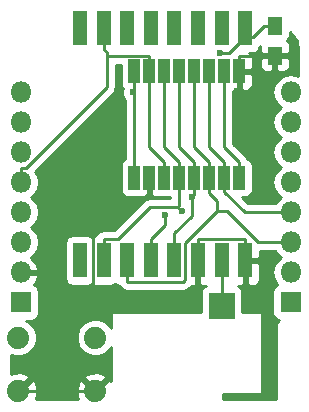
<source format=gbr>
G04 #@! TF.FileFunction,Copper,L2,Bot,Signal*
%FSLAX46Y46*%
G04 Gerber Fmt 4.6, Leading zero omitted, Abs format (unit mm)*
G04 Created by KiCad (PCBNEW 4.0.4-stable) date Tuesday 22 November 2016 20:45:13*
%MOMM*%
%LPD*%
G01*
G04 APERTURE LIST*
%ADD10C,0.100000*%
%ADD11R,1.200000X3.000000*%
%ADD12R,1.000000X2.000000*%
%ADD13R,1.800000X1.800000*%
%ADD14O,1.800000X1.800000*%
%ADD15R,1.250000X1.500000*%
%ADD16C,1.879600*%
%ADD17R,2.235200X2.235200*%
%ADD18C,0.600000*%
%ADD19C,0.250000*%
%ADD20C,0.254000*%
G04 APERTURE END LIST*
D10*
D11*
X132500000Y-80700000D03*
X134500000Y-80700000D03*
X136500000Y-80700000D03*
X138500000Y-80700000D03*
X140500000Y-80700000D03*
X142500000Y-80700000D03*
X144500000Y-80700000D03*
X146500000Y-80700000D03*
X146500000Y-100400000D03*
X144500000Y-100400000D03*
X142500000Y-100400000D03*
X140500000Y-100400000D03*
X138500000Y-100400000D03*
X136500000Y-100400000D03*
X134500000Y-100400000D03*
X132500000Y-100400000D03*
D12*
X137100000Y-93400000D03*
X138370000Y-93400000D03*
X139640000Y-93400000D03*
X140910000Y-93400000D03*
X142180000Y-93400000D03*
X143450000Y-93400000D03*
X144720000Y-93400000D03*
X145990000Y-93400000D03*
X137100000Y-84400000D03*
X138370000Y-84400000D03*
X139640000Y-84400000D03*
X140910000Y-84400000D03*
X142180000Y-84400000D03*
X143450000Y-84400000D03*
X144720000Y-84400000D03*
X145990000Y-84400000D03*
D13*
X127490000Y-103950000D03*
D14*
X127490000Y-101410000D03*
X127490000Y-98870000D03*
X127490000Y-96330000D03*
X127490000Y-93790000D03*
X127490000Y-91250000D03*
X127490000Y-88710000D03*
X127490000Y-86170000D03*
D13*
X150350000Y-103950000D03*
D14*
X150350000Y-101410000D03*
X150350000Y-98870000D03*
X150350000Y-96330000D03*
X150350000Y-93790000D03*
X150350000Y-91250000D03*
X150350000Y-88710000D03*
X150350000Y-86170000D03*
D15*
X149000000Y-80550000D03*
X149000000Y-83050000D03*
D16*
X133801200Y-106939400D03*
X127298800Y-106939400D03*
X133801200Y-111460600D03*
X127298800Y-111460600D03*
D17*
X144500000Y-104250000D03*
D18*
X137007000Y-86174200D03*
X144330500Y-82800000D03*
X135757700Y-96077500D03*
X145769800Y-86024000D03*
X141149400Y-96248600D03*
X139710400Y-96546000D03*
X141992500Y-94999500D03*
D19*
X137100000Y-86267200D02*
X137100000Y-93400000D01*
X137007000Y-86174200D02*
X137100000Y-86267200D01*
X146500000Y-80700000D02*
X146500000Y-81449900D01*
X147149800Y-81449900D02*
X148049700Y-80550000D01*
X146500000Y-81449900D02*
X147149800Y-81449900D01*
X149000000Y-80550000D02*
X148049700Y-80550000D01*
X137100000Y-86081200D02*
X137100000Y-84400000D01*
X137007000Y-86174200D02*
X137100000Y-86081200D01*
X145149900Y-82800000D02*
X146500000Y-81449900D01*
X144330500Y-82800000D02*
X145149900Y-82800000D01*
X127490000Y-101410000D02*
X128715300Y-101410000D01*
X137017800Y-96077500D02*
X138370000Y-94725300D01*
X135757700Y-96077500D02*
X137017800Y-96077500D01*
X138370000Y-93400000D02*
X138370000Y-94725300D01*
X142500000Y-98574700D02*
X146500000Y-98574700D01*
X142500000Y-100400000D02*
X142500000Y-98574700D01*
X146500000Y-100400000D02*
X146500000Y-98574700D01*
X133574700Y-98260500D02*
X135757700Y-96077500D01*
X133575000Y-103625000D02*
X133574700Y-98260500D01*
X141700000Y-103625000D02*
X142500000Y-102225300D01*
X133575000Y-103625000D02*
X141700000Y-103625000D01*
X142500000Y-100400000D02*
X142500000Y-102225300D01*
X145990000Y-85803800D02*
X145990000Y-84400000D01*
X145769800Y-86024000D02*
X145990000Y-85803800D01*
X148025000Y-83074700D02*
X148049700Y-83050000D01*
X145990000Y-83074700D02*
X148025000Y-83074700D01*
X145990000Y-84400000D02*
X145990000Y-83074700D01*
X149000000Y-83050000D02*
X148049700Y-83050000D01*
X132475000Y-103625000D02*
X133575000Y-103625000D01*
X131375000Y-103625000D02*
X132475000Y-103625000D01*
X131375000Y-103625000D02*
X128715300Y-101410000D01*
X131375000Y-111475000D02*
X131375000Y-103625000D01*
X127298800Y-111460600D02*
X131375000Y-111475000D01*
X131375000Y-111475000D02*
X133801200Y-111460600D01*
X139640000Y-93400000D02*
X139640000Y-92074700D01*
X138370000Y-90804700D02*
X138370000Y-84400000D01*
X139640000Y-92074700D02*
X138370000Y-90804700D01*
X134500000Y-80700000D02*
X134500000Y-82525300D01*
X127490000Y-93790000D02*
X127490000Y-92564700D01*
X138370000Y-84400000D02*
X138370000Y-83074700D01*
X134774700Y-83074700D02*
X138370000Y-83074700D01*
X134774700Y-85739500D02*
X134774700Y-83074700D01*
X127949500Y-92564700D02*
X134774700Y-85739500D01*
X127490000Y-92564700D02*
X127949500Y-92564700D01*
X134774700Y-82800000D02*
X134500000Y-82525300D01*
X134774700Y-83074700D02*
X134774700Y-82800000D01*
X139640000Y-90804700D02*
X139640000Y-84400000D01*
X140910000Y-92074700D02*
X139640000Y-90804700D01*
X140910000Y-92737300D02*
X140910000Y-92074700D01*
X140910000Y-92737300D02*
X140910000Y-93400000D01*
X134500000Y-100400000D02*
X134500000Y-98574700D01*
X140910000Y-93400000D02*
X140910000Y-94612700D01*
X140842600Y-95941800D02*
X140842600Y-95871200D01*
X141149400Y-96248600D02*
X140842600Y-95941800D01*
X140910000Y-95803800D02*
X140842600Y-95871200D01*
X140910000Y-94612700D02*
X140910000Y-95803800D01*
X135699800Y-98574700D02*
X134500000Y-98574700D01*
X138403300Y-95871200D02*
X135699800Y-98574700D01*
X140842600Y-95871200D02*
X138403300Y-95871200D01*
X143450000Y-93400000D02*
X143450000Y-92074700D01*
X143450000Y-93400000D02*
X143450000Y-94725300D01*
X150350000Y-98870000D02*
X149124700Y-98870000D01*
X142180000Y-90804700D02*
X142180000Y-84400000D01*
X143450000Y-92074700D02*
X142180000Y-90804700D01*
X136500000Y-100400000D02*
X136500000Y-102225300D01*
X144093600Y-95368900D02*
X143450000Y-94725300D01*
X144093600Y-96237300D02*
X144093600Y-95368900D01*
X144962000Y-96237300D02*
X144093600Y-96237300D01*
X147594700Y-98870000D02*
X144962000Y-96237300D01*
X149124700Y-98870000D02*
X147594700Y-98870000D01*
X141234800Y-102225300D02*
X136500000Y-102225300D01*
X141425400Y-102034700D02*
X141234800Y-102225300D01*
X141425400Y-98905500D02*
X141425400Y-102034700D01*
X144093600Y-96237300D02*
X141425400Y-98905500D01*
X143450000Y-90804700D02*
X144720000Y-92074700D01*
X143450000Y-84400000D02*
X143450000Y-90804700D01*
X144720000Y-93400000D02*
X144720000Y-92074700D01*
X144720000Y-93400000D02*
X144720000Y-94612700D01*
X146437300Y-96330000D02*
X144720000Y-94612700D01*
X150350000Y-96330000D02*
X146437300Y-96330000D01*
X138500000Y-100400000D02*
X138500000Y-98574700D01*
X139710400Y-97364300D02*
X139710400Y-96546000D01*
X138500000Y-98574700D02*
X139710400Y-97364300D01*
X140910000Y-90804700D02*
X140910000Y-84400000D01*
X142180000Y-92074700D02*
X140910000Y-90804700D01*
X142180000Y-93400000D02*
X142180000Y-92074700D01*
X142180000Y-94812000D02*
X141992500Y-94999500D01*
X142180000Y-93400000D02*
X142180000Y-94812000D01*
X140500000Y-98115000D02*
X140500000Y-100400000D01*
X141992500Y-96622500D02*
X140500000Y-98115000D01*
X141992500Y-94999500D02*
X141992500Y-96622500D01*
X144500000Y-104250000D02*
X144500000Y-100400000D01*
X144720000Y-84400000D02*
X144720000Y-90820000D01*
X145990000Y-92090000D02*
X145990000Y-93400000D01*
X144720000Y-90820000D02*
X145990000Y-92090000D01*
D20*
G36*
X149234519Y-99955409D02*
X149510779Y-100140000D01*
X149234519Y-100324591D01*
X148901773Y-100822581D01*
X148784928Y-101410000D01*
X148901773Y-101997419D01*
X149205859Y-102452516D01*
X148998559Y-102585910D01*
X148853569Y-102798110D01*
X148802560Y-103050000D01*
X148802560Y-104850000D01*
X148846838Y-105085317D01*
X148985910Y-105301441D01*
X149198110Y-105446431D01*
X149355568Y-105478317D01*
X149275441Y-105532499D01*
X149263784Y-105550156D01*
X149247014Y-105563051D01*
X149190537Y-105661101D01*
X149128183Y-105755546D01*
X149124170Y-105776319D01*
X149113611Y-105794651D01*
X149098956Y-105906848D01*
X149077490Y-106017968D01*
X149111202Y-112115000D01*
X144590570Y-112115000D01*
X144593712Y-111727000D01*
X147800000Y-111727000D01*
X147846159Y-111718315D01*
X147888553Y-111691035D01*
X147916994Y-111649410D01*
X147927000Y-111600000D01*
X147927000Y-104900000D01*
X147918315Y-104853841D01*
X147891035Y-104811447D01*
X147849410Y-104783006D01*
X147800000Y-104773000D01*
X146265040Y-104773000D01*
X146265040Y-103132400D01*
X146220762Y-102897083D01*
X146081690Y-102680959D01*
X145869490Y-102535969D01*
X145864705Y-102535000D01*
X146214250Y-102535000D01*
X146373000Y-102376250D01*
X146373000Y-100527000D01*
X146627000Y-100527000D01*
X146627000Y-102376250D01*
X146785750Y-102535000D01*
X147226310Y-102535000D01*
X147459699Y-102438327D01*
X147638327Y-102259698D01*
X147735000Y-102026309D01*
X147735000Y-100685750D01*
X147576250Y-100527000D01*
X146627000Y-100527000D01*
X146373000Y-100527000D01*
X146353000Y-100527000D01*
X146353000Y-100273000D01*
X146373000Y-100273000D01*
X146373000Y-100253000D01*
X146627000Y-100253000D01*
X146627000Y-100273000D01*
X147576250Y-100273000D01*
X147735000Y-100114250D01*
X147735000Y-99630000D01*
X149017088Y-99630000D01*
X149234519Y-99955409D01*
X149234519Y-99955409D01*
G37*
X149234519Y-99955409D02*
X149510779Y-100140000D01*
X149234519Y-100324591D01*
X148901773Y-100822581D01*
X148784928Y-101410000D01*
X148901773Y-101997419D01*
X149205859Y-102452516D01*
X148998559Y-102585910D01*
X148853569Y-102798110D01*
X148802560Y-103050000D01*
X148802560Y-104850000D01*
X148846838Y-105085317D01*
X148985910Y-105301441D01*
X149198110Y-105446431D01*
X149355568Y-105478317D01*
X149275441Y-105532499D01*
X149263784Y-105550156D01*
X149247014Y-105563051D01*
X149190537Y-105661101D01*
X149128183Y-105755546D01*
X149124170Y-105776319D01*
X149113611Y-105794651D01*
X149098956Y-105906848D01*
X149077490Y-106017968D01*
X149111202Y-112115000D01*
X144590570Y-112115000D01*
X144593712Y-111727000D01*
X147800000Y-111727000D01*
X147846159Y-111718315D01*
X147888553Y-111691035D01*
X147916994Y-111649410D01*
X147927000Y-111600000D01*
X147927000Y-104900000D01*
X147918315Y-104853841D01*
X147891035Y-104811447D01*
X147849410Y-104783006D01*
X147800000Y-104773000D01*
X146265040Y-104773000D01*
X146265040Y-103132400D01*
X146220762Y-102897083D01*
X146081690Y-102680959D01*
X145869490Y-102535969D01*
X145864705Y-102535000D01*
X146214250Y-102535000D01*
X146373000Y-102376250D01*
X146373000Y-100527000D01*
X146627000Y-100527000D01*
X146627000Y-102376250D01*
X146785750Y-102535000D01*
X147226310Y-102535000D01*
X147459699Y-102438327D01*
X147638327Y-102259698D01*
X147735000Y-102026309D01*
X147735000Y-100685750D01*
X147576250Y-100527000D01*
X146627000Y-100527000D01*
X146373000Y-100527000D01*
X146353000Y-100527000D01*
X146353000Y-100273000D01*
X146373000Y-100273000D01*
X146373000Y-100253000D01*
X146627000Y-100253000D01*
X146627000Y-100273000D01*
X147576250Y-100273000D01*
X147735000Y-100114250D01*
X147735000Y-99630000D01*
X149017088Y-99630000D01*
X149234519Y-99955409D01*
G36*
X135952560Y-85400000D02*
X135996838Y-85635317D01*
X136131478Y-85844553D01*
X136072162Y-85987401D01*
X136071838Y-86359367D01*
X136213883Y-86703143D01*
X136340000Y-86829480D01*
X136340000Y-91812721D01*
X136148559Y-91935910D01*
X136003569Y-92148110D01*
X135952560Y-92400000D01*
X135952560Y-94400000D01*
X135996838Y-94635317D01*
X136135910Y-94851441D01*
X136348110Y-94996431D01*
X136600000Y-95047440D01*
X137600000Y-95047440D01*
X137719458Y-95024962D01*
X137743691Y-95035000D01*
X138084250Y-95035000D01*
X138243000Y-94876250D01*
X138243000Y-94421925D01*
X138247440Y-94400000D01*
X138247440Y-93253000D01*
X138492560Y-93253000D01*
X138492560Y-94400000D01*
X138497000Y-94423597D01*
X138497000Y-94876250D01*
X138655750Y-95035000D01*
X138996309Y-95035000D01*
X139023320Y-95023812D01*
X139140000Y-95047440D01*
X140140000Y-95047440D01*
X140150000Y-95045558D01*
X140150000Y-95111200D01*
X138403300Y-95111200D01*
X138112460Y-95169052D01*
X137865899Y-95333799D01*
X135384998Y-97814700D01*
X134500000Y-97814700D01*
X134209161Y-97872552D01*
X133962599Y-98037299D01*
X133807085Y-98270043D01*
X133664683Y-98296838D01*
X133498523Y-98403759D01*
X133351890Y-98303569D01*
X133100000Y-98252560D01*
X131900000Y-98252560D01*
X131664683Y-98296838D01*
X131448559Y-98435910D01*
X131303569Y-98648110D01*
X131252560Y-98900000D01*
X131252560Y-101900000D01*
X131296838Y-102135317D01*
X131435910Y-102351441D01*
X131648110Y-102496431D01*
X131900000Y-102547440D01*
X133100000Y-102547440D01*
X133335317Y-102503162D01*
X133501477Y-102396241D01*
X133648110Y-102496431D01*
X133900000Y-102547440D01*
X135100000Y-102547440D01*
X135335317Y-102503162D01*
X135501477Y-102396241D01*
X135648110Y-102496431D01*
X135806055Y-102528416D01*
X135962599Y-102762701D01*
X136209161Y-102927448D01*
X136500000Y-102985300D01*
X141234800Y-102985300D01*
X141525639Y-102927448D01*
X141772201Y-102762701D01*
X141962801Y-102572101D01*
X141987591Y-102535000D01*
X142214250Y-102535000D01*
X142373000Y-102376250D01*
X142373000Y-100527000D01*
X142353000Y-100527000D01*
X142353000Y-100273000D01*
X142373000Y-100273000D01*
X142373000Y-100253000D01*
X142627000Y-100253000D01*
X142627000Y-100273000D01*
X142647000Y-100273000D01*
X142647000Y-100527000D01*
X142627000Y-100527000D01*
X142627000Y-102376250D01*
X142785750Y-102535000D01*
X143138129Y-102535000D01*
X142930959Y-102668310D01*
X142785969Y-102880510D01*
X142734960Y-103132400D01*
X142734960Y-104773000D01*
X135300000Y-104773000D01*
X135253841Y-104781685D01*
X135211447Y-104808965D01*
X135183006Y-104850590D01*
X135173000Y-104900000D01*
X135173000Y-106135569D01*
X135137029Y-106048513D01*
X134694417Y-105605128D01*
X134115821Y-105364874D01*
X133489327Y-105364327D01*
X132910313Y-105603571D01*
X132466928Y-106046183D01*
X132226674Y-106624779D01*
X132226127Y-107251273D01*
X132465371Y-107830287D01*
X132907983Y-108273672D01*
X133486579Y-108513926D01*
X134113073Y-108514473D01*
X134692087Y-108275229D01*
X135135472Y-107832617D01*
X135173000Y-107742240D01*
X135173000Y-110627883D01*
X135170780Y-110622523D01*
X134910168Y-110531237D01*
X133980805Y-111460600D01*
X133994948Y-111474743D01*
X133815343Y-111654348D01*
X133801200Y-111640205D01*
X133787058Y-111654348D01*
X133607453Y-111474743D01*
X133621595Y-111460600D01*
X132692232Y-110531237D01*
X132431620Y-110622523D01*
X132215155Y-111210433D01*
X132240151Y-111836428D01*
X132349280Y-112099890D01*
X128745383Y-112089540D01*
X128884845Y-111710767D01*
X128859849Y-111084772D01*
X128668380Y-110622523D01*
X128407768Y-110531237D01*
X127478405Y-111460600D01*
X127492548Y-111474743D01*
X127312943Y-111654348D01*
X127298800Y-111640205D01*
X127284658Y-111654348D01*
X127105053Y-111474743D01*
X127119195Y-111460600D01*
X127105053Y-111446458D01*
X127284658Y-111266853D01*
X127298800Y-111280995D01*
X128228163Y-110351632D01*
X132871837Y-110351632D01*
X133801200Y-111280995D01*
X134730563Y-110351632D01*
X134639277Y-110091020D01*
X134051367Y-109874555D01*
X133425372Y-109899551D01*
X132963123Y-110091020D01*
X132871837Y-110351632D01*
X128228163Y-110351632D01*
X128136877Y-110091020D01*
X127548967Y-109874555D01*
X126922972Y-109899551D01*
X126686051Y-109997687D01*
X126686772Y-108390432D01*
X126984179Y-108513926D01*
X127610673Y-108514473D01*
X128189687Y-108275229D01*
X128633072Y-107832617D01*
X128873326Y-107254021D01*
X128873873Y-106627527D01*
X128634629Y-106048513D01*
X128192017Y-105605128D01*
X127932675Y-105497440D01*
X128390000Y-105497440D01*
X128625317Y-105453162D01*
X128841441Y-105314090D01*
X128986431Y-105101890D01*
X129037440Y-104850000D01*
X129037440Y-103050000D01*
X128993162Y-102814683D01*
X128854090Y-102598559D01*
X128641890Y-102453569D01*
X128586090Y-102442269D01*
X128802240Y-102206417D01*
X128981036Y-101774740D01*
X128860378Y-101537000D01*
X127617000Y-101537000D01*
X127617000Y-101557000D01*
X127363000Y-101557000D01*
X127363000Y-101537000D01*
X127343000Y-101537000D01*
X127343000Y-101283000D01*
X127363000Y-101283000D01*
X127363000Y-101263000D01*
X127617000Y-101263000D01*
X127617000Y-101283000D01*
X128860378Y-101283000D01*
X128981036Y-101045260D01*
X128802240Y-100613583D01*
X128397576Y-100172034D01*
X128329075Y-100140097D01*
X128605481Y-99955409D01*
X128938227Y-99457419D01*
X129055072Y-98870000D01*
X128938227Y-98282581D01*
X128605481Y-97784591D01*
X128329221Y-97600000D01*
X128605481Y-97415409D01*
X128938227Y-96917419D01*
X129055072Y-96330000D01*
X128938227Y-95742581D01*
X128605481Y-95244591D01*
X128329221Y-95060000D01*
X128605481Y-94875409D01*
X128938227Y-94377419D01*
X129055072Y-93790000D01*
X128938227Y-93202581D01*
X128717205Y-92871797D01*
X135312101Y-86276901D01*
X135476848Y-86030340D01*
X135512433Y-85851441D01*
X135534700Y-85739500D01*
X135534700Y-83834700D01*
X135952560Y-83834700D01*
X135952560Y-85400000D01*
X135952560Y-85400000D01*
G37*
X135952560Y-85400000D02*
X135996838Y-85635317D01*
X136131478Y-85844553D01*
X136072162Y-85987401D01*
X136071838Y-86359367D01*
X136213883Y-86703143D01*
X136340000Y-86829480D01*
X136340000Y-91812721D01*
X136148559Y-91935910D01*
X136003569Y-92148110D01*
X135952560Y-92400000D01*
X135952560Y-94400000D01*
X135996838Y-94635317D01*
X136135910Y-94851441D01*
X136348110Y-94996431D01*
X136600000Y-95047440D01*
X137600000Y-95047440D01*
X137719458Y-95024962D01*
X137743691Y-95035000D01*
X138084250Y-95035000D01*
X138243000Y-94876250D01*
X138243000Y-94421925D01*
X138247440Y-94400000D01*
X138247440Y-93253000D01*
X138492560Y-93253000D01*
X138492560Y-94400000D01*
X138497000Y-94423597D01*
X138497000Y-94876250D01*
X138655750Y-95035000D01*
X138996309Y-95035000D01*
X139023320Y-95023812D01*
X139140000Y-95047440D01*
X140140000Y-95047440D01*
X140150000Y-95045558D01*
X140150000Y-95111200D01*
X138403300Y-95111200D01*
X138112460Y-95169052D01*
X137865899Y-95333799D01*
X135384998Y-97814700D01*
X134500000Y-97814700D01*
X134209161Y-97872552D01*
X133962599Y-98037299D01*
X133807085Y-98270043D01*
X133664683Y-98296838D01*
X133498523Y-98403759D01*
X133351890Y-98303569D01*
X133100000Y-98252560D01*
X131900000Y-98252560D01*
X131664683Y-98296838D01*
X131448559Y-98435910D01*
X131303569Y-98648110D01*
X131252560Y-98900000D01*
X131252560Y-101900000D01*
X131296838Y-102135317D01*
X131435910Y-102351441D01*
X131648110Y-102496431D01*
X131900000Y-102547440D01*
X133100000Y-102547440D01*
X133335317Y-102503162D01*
X133501477Y-102396241D01*
X133648110Y-102496431D01*
X133900000Y-102547440D01*
X135100000Y-102547440D01*
X135335317Y-102503162D01*
X135501477Y-102396241D01*
X135648110Y-102496431D01*
X135806055Y-102528416D01*
X135962599Y-102762701D01*
X136209161Y-102927448D01*
X136500000Y-102985300D01*
X141234800Y-102985300D01*
X141525639Y-102927448D01*
X141772201Y-102762701D01*
X141962801Y-102572101D01*
X141987591Y-102535000D01*
X142214250Y-102535000D01*
X142373000Y-102376250D01*
X142373000Y-100527000D01*
X142353000Y-100527000D01*
X142353000Y-100273000D01*
X142373000Y-100273000D01*
X142373000Y-100253000D01*
X142627000Y-100253000D01*
X142627000Y-100273000D01*
X142647000Y-100273000D01*
X142647000Y-100527000D01*
X142627000Y-100527000D01*
X142627000Y-102376250D01*
X142785750Y-102535000D01*
X143138129Y-102535000D01*
X142930959Y-102668310D01*
X142785969Y-102880510D01*
X142734960Y-103132400D01*
X142734960Y-104773000D01*
X135300000Y-104773000D01*
X135253841Y-104781685D01*
X135211447Y-104808965D01*
X135183006Y-104850590D01*
X135173000Y-104900000D01*
X135173000Y-106135569D01*
X135137029Y-106048513D01*
X134694417Y-105605128D01*
X134115821Y-105364874D01*
X133489327Y-105364327D01*
X132910313Y-105603571D01*
X132466928Y-106046183D01*
X132226674Y-106624779D01*
X132226127Y-107251273D01*
X132465371Y-107830287D01*
X132907983Y-108273672D01*
X133486579Y-108513926D01*
X134113073Y-108514473D01*
X134692087Y-108275229D01*
X135135472Y-107832617D01*
X135173000Y-107742240D01*
X135173000Y-110627883D01*
X135170780Y-110622523D01*
X134910168Y-110531237D01*
X133980805Y-111460600D01*
X133994948Y-111474743D01*
X133815343Y-111654348D01*
X133801200Y-111640205D01*
X133787058Y-111654348D01*
X133607453Y-111474743D01*
X133621595Y-111460600D01*
X132692232Y-110531237D01*
X132431620Y-110622523D01*
X132215155Y-111210433D01*
X132240151Y-111836428D01*
X132349280Y-112099890D01*
X128745383Y-112089540D01*
X128884845Y-111710767D01*
X128859849Y-111084772D01*
X128668380Y-110622523D01*
X128407768Y-110531237D01*
X127478405Y-111460600D01*
X127492548Y-111474743D01*
X127312943Y-111654348D01*
X127298800Y-111640205D01*
X127284658Y-111654348D01*
X127105053Y-111474743D01*
X127119195Y-111460600D01*
X127105053Y-111446458D01*
X127284658Y-111266853D01*
X127298800Y-111280995D01*
X128228163Y-110351632D01*
X132871837Y-110351632D01*
X133801200Y-111280995D01*
X134730563Y-110351632D01*
X134639277Y-110091020D01*
X134051367Y-109874555D01*
X133425372Y-109899551D01*
X132963123Y-110091020D01*
X132871837Y-110351632D01*
X128228163Y-110351632D01*
X128136877Y-110091020D01*
X127548967Y-109874555D01*
X126922972Y-109899551D01*
X126686051Y-109997687D01*
X126686772Y-108390432D01*
X126984179Y-108513926D01*
X127610673Y-108514473D01*
X128189687Y-108275229D01*
X128633072Y-107832617D01*
X128873326Y-107254021D01*
X128873873Y-106627527D01*
X128634629Y-106048513D01*
X128192017Y-105605128D01*
X127932675Y-105497440D01*
X128390000Y-105497440D01*
X128625317Y-105453162D01*
X128841441Y-105314090D01*
X128986431Y-105101890D01*
X129037440Y-104850000D01*
X129037440Y-103050000D01*
X128993162Y-102814683D01*
X128854090Y-102598559D01*
X128641890Y-102453569D01*
X128586090Y-102442269D01*
X128802240Y-102206417D01*
X128981036Y-101774740D01*
X128860378Y-101537000D01*
X127617000Y-101537000D01*
X127617000Y-101557000D01*
X127363000Y-101557000D01*
X127363000Y-101537000D01*
X127343000Y-101537000D01*
X127343000Y-101283000D01*
X127363000Y-101283000D01*
X127363000Y-101263000D01*
X127617000Y-101263000D01*
X127617000Y-101283000D01*
X128860378Y-101283000D01*
X128981036Y-101045260D01*
X128802240Y-100613583D01*
X128397576Y-100172034D01*
X128329075Y-100140097D01*
X128605481Y-99955409D01*
X128938227Y-99457419D01*
X129055072Y-98870000D01*
X128938227Y-98282581D01*
X128605481Y-97784591D01*
X128329221Y-97600000D01*
X128605481Y-97415409D01*
X128938227Y-96917419D01*
X129055072Y-96330000D01*
X128938227Y-95742581D01*
X128605481Y-95244591D01*
X128329221Y-95060000D01*
X128605481Y-94875409D01*
X128938227Y-94377419D01*
X129055072Y-93790000D01*
X128938227Y-93202581D01*
X128717205Y-92871797D01*
X135312101Y-86276901D01*
X135476848Y-86030340D01*
X135512433Y-85851441D01*
X135534700Y-85739500D01*
X135534700Y-83834700D01*
X135952560Y-83834700D01*
X135952560Y-85400000D01*
G36*
X150904321Y-81833700D02*
X150996126Y-82542729D01*
X150998593Y-84772627D01*
X150967491Y-84751845D01*
X150380072Y-84635000D01*
X150319928Y-84635000D01*
X149732509Y-84751845D01*
X149234519Y-85084591D01*
X148901773Y-85582581D01*
X148784928Y-86170000D01*
X148901773Y-86757419D01*
X149234519Y-87255409D01*
X149510779Y-87440000D01*
X149234519Y-87624591D01*
X148901773Y-88122581D01*
X148784928Y-88710000D01*
X148901773Y-89297419D01*
X149234519Y-89795409D01*
X149510779Y-89980000D01*
X149234519Y-90164591D01*
X148901773Y-90662581D01*
X148784928Y-91250000D01*
X148901773Y-91837419D01*
X149234519Y-92335409D01*
X149510779Y-92520000D01*
X149234519Y-92704591D01*
X148901773Y-93202581D01*
X148784928Y-93790000D01*
X148901773Y-94377419D01*
X149234519Y-94875409D01*
X149510779Y-95060000D01*
X149234519Y-95244591D01*
X149017088Y-95570000D01*
X146752102Y-95570000D01*
X146229542Y-95047440D01*
X146490000Y-95047440D01*
X146725317Y-95003162D01*
X146941441Y-94864090D01*
X147086431Y-94651890D01*
X147137440Y-94400000D01*
X147137440Y-92400000D01*
X147093162Y-92164683D01*
X146954090Y-91948559D01*
X146741890Y-91803569D01*
X146687771Y-91792610D01*
X146527401Y-91552599D01*
X145480000Y-90505198D01*
X145480000Y-86035000D01*
X145704250Y-86035000D01*
X145863000Y-85876250D01*
X145863000Y-85421925D01*
X145867440Y-85400000D01*
X145867440Y-84527000D01*
X146117000Y-84527000D01*
X146117000Y-85876250D01*
X146275750Y-86035000D01*
X146616309Y-86035000D01*
X146849698Y-85938327D01*
X147028327Y-85759699D01*
X147125000Y-85526310D01*
X147125000Y-84685750D01*
X146966250Y-84527000D01*
X146117000Y-84527000D01*
X145867440Y-84527000D01*
X145867440Y-84253000D01*
X146117000Y-84253000D01*
X146117000Y-84273000D01*
X146966250Y-84273000D01*
X147125000Y-84114250D01*
X147125000Y-83335750D01*
X147740000Y-83335750D01*
X147740000Y-83926309D01*
X147836673Y-84159698D01*
X148015301Y-84338327D01*
X148248690Y-84435000D01*
X148714250Y-84435000D01*
X148873000Y-84276250D01*
X148873000Y-83177000D01*
X149127000Y-83177000D01*
X149127000Y-84276250D01*
X149285750Y-84435000D01*
X149751310Y-84435000D01*
X149984699Y-84338327D01*
X150163327Y-84159698D01*
X150260000Y-83926309D01*
X150260000Y-83335750D01*
X150101250Y-83177000D01*
X149127000Y-83177000D01*
X148873000Y-83177000D01*
X147898750Y-83177000D01*
X147740000Y-83335750D01*
X147125000Y-83335750D01*
X147125000Y-83273690D01*
X147028327Y-83040301D01*
X146849698Y-82861673D01*
X146815337Y-82847440D01*
X147100000Y-82847440D01*
X147335317Y-82803162D01*
X147551441Y-82664090D01*
X147696431Y-82451890D01*
X147740000Y-82236740D01*
X147740000Y-82764250D01*
X147898750Y-82923000D01*
X148873000Y-82923000D01*
X148873000Y-82903000D01*
X149127000Y-82903000D01*
X149127000Y-82923000D01*
X150101250Y-82923000D01*
X150260000Y-82764250D01*
X150260000Y-82173691D01*
X150163327Y-81940302D01*
X150022090Y-81799064D01*
X150076441Y-81764090D01*
X150221431Y-81551890D01*
X150272440Y-81300000D01*
X150272440Y-81043849D01*
X150904321Y-81833700D01*
X150904321Y-81833700D01*
G37*
X150904321Y-81833700D02*
X150996126Y-82542729D01*
X150998593Y-84772627D01*
X150967491Y-84751845D01*
X150380072Y-84635000D01*
X150319928Y-84635000D01*
X149732509Y-84751845D01*
X149234519Y-85084591D01*
X148901773Y-85582581D01*
X148784928Y-86170000D01*
X148901773Y-86757419D01*
X149234519Y-87255409D01*
X149510779Y-87440000D01*
X149234519Y-87624591D01*
X148901773Y-88122581D01*
X148784928Y-88710000D01*
X148901773Y-89297419D01*
X149234519Y-89795409D01*
X149510779Y-89980000D01*
X149234519Y-90164591D01*
X148901773Y-90662581D01*
X148784928Y-91250000D01*
X148901773Y-91837419D01*
X149234519Y-92335409D01*
X149510779Y-92520000D01*
X149234519Y-92704591D01*
X148901773Y-93202581D01*
X148784928Y-93790000D01*
X148901773Y-94377419D01*
X149234519Y-94875409D01*
X149510779Y-95060000D01*
X149234519Y-95244591D01*
X149017088Y-95570000D01*
X146752102Y-95570000D01*
X146229542Y-95047440D01*
X146490000Y-95047440D01*
X146725317Y-95003162D01*
X146941441Y-94864090D01*
X147086431Y-94651890D01*
X147137440Y-94400000D01*
X147137440Y-92400000D01*
X147093162Y-92164683D01*
X146954090Y-91948559D01*
X146741890Y-91803569D01*
X146687771Y-91792610D01*
X146527401Y-91552599D01*
X145480000Y-90505198D01*
X145480000Y-86035000D01*
X145704250Y-86035000D01*
X145863000Y-85876250D01*
X145863000Y-85421925D01*
X145867440Y-85400000D01*
X145867440Y-84527000D01*
X146117000Y-84527000D01*
X146117000Y-85876250D01*
X146275750Y-86035000D01*
X146616309Y-86035000D01*
X146849698Y-85938327D01*
X147028327Y-85759699D01*
X147125000Y-85526310D01*
X147125000Y-84685750D01*
X146966250Y-84527000D01*
X146117000Y-84527000D01*
X145867440Y-84527000D01*
X145867440Y-84253000D01*
X146117000Y-84253000D01*
X146117000Y-84273000D01*
X146966250Y-84273000D01*
X147125000Y-84114250D01*
X147125000Y-83335750D01*
X147740000Y-83335750D01*
X147740000Y-83926309D01*
X147836673Y-84159698D01*
X148015301Y-84338327D01*
X148248690Y-84435000D01*
X148714250Y-84435000D01*
X148873000Y-84276250D01*
X148873000Y-83177000D01*
X149127000Y-83177000D01*
X149127000Y-84276250D01*
X149285750Y-84435000D01*
X149751310Y-84435000D01*
X149984699Y-84338327D01*
X150163327Y-84159698D01*
X150260000Y-83926309D01*
X150260000Y-83335750D01*
X150101250Y-83177000D01*
X149127000Y-83177000D01*
X148873000Y-83177000D01*
X147898750Y-83177000D01*
X147740000Y-83335750D01*
X147125000Y-83335750D01*
X147125000Y-83273690D01*
X147028327Y-83040301D01*
X146849698Y-82861673D01*
X146815337Y-82847440D01*
X147100000Y-82847440D01*
X147335317Y-82803162D01*
X147551441Y-82664090D01*
X147696431Y-82451890D01*
X147740000Y-82236740D01*
X147740000Y-82764250D01*
X147898750Y-82923000D01*
X148873000Y-82923000D01*
X148873000Y-82903000D01*
X149127000Y-82903000D01*
X149127000Y-82923000D01*
X150101250Y-82923000D01*
X150260000Y-82764250D01*
X150260000Y-82173691D01*
X150163327Y-81940302D01*
X150022090Y-81799064D01*
X150076441Y-81764090D01*
X150221431Y-81551890D01*
X150272440Y-81300000D01*
X150272440Y-81043849D01*
X150904321Y-81833700D01*
M02*

</source>
